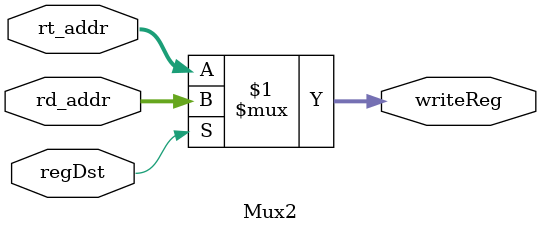
<source format=v>
`timescale 1ns/1ns
module Mux2(
    input [4:0] rt_addr,  
    input [4:0] rd_addr,  
    input regDst,          
    output [4:0] writeReg  
);
    assign writeReg = (regDst) ? rd_addr : rt_addr;

endmodule

</source>
